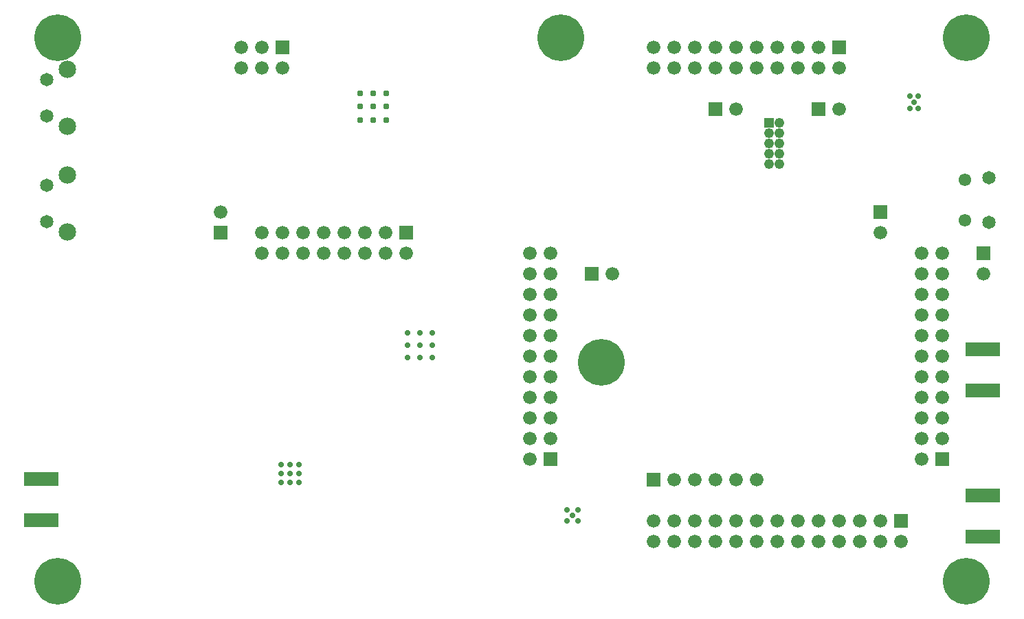
<source format=gbs>
G04 (created by PCBNEW (2013-07-24 BZR 4024)-stable) date Thu Dec 12 22:01:32 2013*
%MOIN*%
G04 Gerber Fmt 3.4, Leading zero omitted, Abs format*
%FSLAX34Y34*%
G01*
G70*
G90*
G04 APERTURE LIST*
%ADD10C,0.00590551*%
%ADD11R,0.066X0.066*%
%ADD12C,0.066*%
%ADD13C,0.0650551*%
%ADD14C,0.0611181*%
%ADD15C,0.0847402*%
%ADD16C,0.0306*%
%ADD17C,0.029*%
%ADD18R,0.048X0.048*%
%ADD19C,0.048*%
%ADD20R,0.166X0.066*%
%ADD21C,0.029222*%
%ADD22C,0.0290315*%
%ADD23C,0.226472*%
%ADD24C,0.029622*%
G04 APERTURE END LIST*
G54D10*
G54D11*
X68122Y-61397D03*
G54D12*
X67122Y-61397D03*
X68122Y-60397D03*
X67122Y-60397D03*
X68122Y-59397D03*
X67122Y-59397D03*
X68122Y-58397D03*
X67122Y-58397D03*
X68122Y-57397D03*
X67122Y-57397D03*
X68122Y-56397D03*
X67122Y-56397D03*
X68122Y-55397D03*
X67122Y-55397D03*
X68122Y-54397D03*
X67122Y-54397D03*
X68122Y-53397D03*
X67122Y-53397D03*
X68122Y-52397D03*
X67122Y-52397D03*
X68122Y-51397D03*
X67122Y-51397D03*
G54D13*
X70374Y-49901D03*
X70374Y-47736D03*
G54D14*
X69204Y-49799D03*
X69204Y-47838D03*
G54D13*
X24685Y-48090D03*
X24685Y-49862D03*
G54D15*
X25665Y-50356D03*
X25665Y-47596D03*
G54D16*
X40510Y-44276D03*
X40510Y-44925D03*
X39860Y-44925D03*
X39860Y-44276D03*
X39860Y-43626D03*
X40510Y-43626D03*
X41159Y-43626D03*
X41159Y-44276D03*
X41159Y-44925D03*
G54D17*
X42775Y-55865D03*
X42775Y-56455D03*
X42184Y-56455D03*
X42184Y-55865D03*
X42184Y-55274D03*
X42775Y-55274D03*
X43365Y-55274D03*
X43365Y-55865D03*
X43365Y-56455D03*
G54D11*
X54122Y-62397D03*
G54D12*
X55122Y-62397D03*
X56122Y-62397D03*
X57122Y-62397D03*
X58122Y-62397D03*
X59122Y-62397D03*
G54D18*
X59709Y-45065D03*
G54D19*
X60209Y-45065D03*
X59709Y-45565D03*
X60209Y-45565D03*
X59709Y-46065D03*
X60209Y-46065D03*
X59709Y-46565D03*
X60209Y-46565D03*
X59709Y-47065D03*
X60209Y-47065D03*
G54D20*
X70066Y-56086D03*
X70066Y-58086D03*
X24422Y-64385D03*
X24422Y-62385D03*
X70066Y-63173D03*
X70066Y-65173D03*
G54D11*
X63122Y-41397D03*
G54D12*
X63122Y-42397D03*
X62122Y-41397D03*
X62122Y-42397D03*
X61122Y-41397D03*
X61122Y-42397D03*
X60122Y-41397D03*
X60122Y-42397D03*
X59122Y-41397D03*
X59122Y-42397D03*
X58122Y-41397D03*
X58122Y-42397D03*
X57122Y-41397D03*
X57122Y-42397D03*
X56122Y-41397D03*
X56122Y-42397D03*
X55122Y-41397D03*
X55122Y-42397D03*
X54122Y-41397D03*
X54122Y-42397D03*
G54D21*
X36464Y-62111D03*
X36464Y-61678D03*
X36897Y-61678D03*
X36897Y-62111D03*
X36897Y-62544D03*
X36464Y-62544D03*
X36031Y-62544D03*
X36031Y-62111D03*
X36031Y-61678D03*
X50184Y-64144D03*
X49924Y-64403D03*
X49924Y-63884D03*
X50444Y-63884D03*
X50444Y-64403D03*
G54D11*
X33122Y-50397D03*
G54D12*
X33122Y-49397D03*
G54D11*
X57122Y-44397D03*
G54D12*
X58122Y-44397D03*
G54D11*
X62122Y-44397D03*
G54D12*
X63122Y-44397D03*
G54D22*
X66744Y-44075D03*
X66547Y-44370D03*
X66940Y-44370D03*
X66940Y-43780D03*
X66547Y-43780D03*
G54D13*
X24685Y-42972D03*
X24685Y-44744D03*
G54D15*
X25665Y-45238D03*
X25665Y-42478D03*
G54D11*
X66122Y-64397D03*
G54D12*
X66122Y-65397D03*
X65122Y-64397D03*
X65122Y-65397D03*
X64122Y-64397D03*
X64122Y-65397D03*
X63122Y-64397D03*
X63122Y-65397D03*
X62122Y-64397D03*
X62122Y-65397D03*
X61122Y-64397D03*
X61122Y-65397D03*
X60122Y-64397D03*
X60122Y-65397D03*
X59122Y-64397D03*
X59122Y-65397D03*
X58122Y-64397D03*
X58122Y-65397D03*
X57122Y-64397D03*
X57122Y-65397D03*
X56122Y-64397D03*
X56122Y-65397D03*
X55122Y-64397D03*
X55122Y-65397D03*
X54122Y-64397D03*
X54122Y-65397D03*
G54D11*
X36122Y-41397D03*
G54D12*
X36122Y-42397D03*
X35122Y-41397D03*
X35122Y-42397D03*
X34122Y-41397D03*
X34122Y-42397D03*
G54D11*
X65122Y-49397D03*
G54D12*
X65122Y-50397D03*
G54D11*
X70122Y-51397D03*
G54D12*
X70122Y-52397D03*
G54D11*
X49122Y-61397D03*
G54D12*
X48122Y-61397D03*
X49122Y-60397D03*
X48122Y-60397D03*
X49122Y-59397D03*
X48122Y-59397D03*
X49122Y-58397D03*
X48122Y-58397D03*
X49122Y-57397D03*
X48122Y-57397D03*
X49122Y-56397D03*
X48122Y-56397D03*
X49122Y-55397D03*
X48122Y-55397D03*
X49122Y-54397D03*
X48122Y-54397D03*
X49122Y-53397D03*
X48122Y-53397D03*
X49122Y-52397D03*
X48122Y-52397D03*
X49122Y-51397D03*
X48122Y-51397D03*
G54D11*
X51122Y-52397D03*
G54D12*
X52122Y-52397D03*
G54D23*
X25196Y-40944D03*
G54D24*
X25196Y-40078D03*
X24330Y-40944D03*
X25196Y-41811D03*
X26062Y-40944D03*
X25807Y-40334D03*
X24586Y-40334D03*
X24586Y-41555D03*
X25807Y-41555D03*
G54D23*
X25196Y-67322D03*
G54D24*
X25196Y-66456D03*
X24330Y-67322D03*
X25196Y-68188D03*
X26062Y-67322D03*
X25807Y-66712D03*
X24586Y-66712D03*
X24586Y-67933D03*
X25807Y-67933D03*
G54D23*
X69291Y-67322D03*
G54D24*
X69291Y-66456D03*
X68425Y-67322D03*
X69291Y-68188D03*
X70157Y-67322D03*
X69901Y-66712D03*
X68681Y-66712D03*
X68681Y-67933D03*
X69901Y-67933D03*
G54D23*
X69291Y-40944D03*
G54D24*
X69291Y-40078D03*
X68425Y-40944D03*
X69291Y-41811D03*
X70157Y-40944D03*
X69901Y-40334D03*
X68681Y-40334D03*
X68681Y-41555D03*
X69901Y-41555D03*
G54D23*
X49606Y-40944D03*
G54D24*
X49606Y-40078D03*
X48740Y-40944D03*
X49606Y-41811D03*
X50472Y-40944D03*
X50216Y-40334D03*
X48996Y-40334D03*
X48996Y-41555D03*
X50216Y-41555D03*
G54D23*
X51574Y-56692D03*
G54D24*
X51574Y-55826D03*
X50708Y-56692D03*
X51574Y-57559D03*
X52440Y-56692D03*
X52185Y-56082D03*
X50964Y-56082D03*
X50964Y-57303D03*
X52185Y-57303D03*
G54D11*
X42122Y-50397D03*
G54D12*
X42122Y-51397D03*
X41122Y-50397D03*
X41122Y-51397D03*
X40122Y-50397D03*
X40122Y-51397D03*
X39122Y-50397D03*
X39122Y-51397D03*
X38122Y-50397D03*
X38122Y-51397D03*
X37122Y-50397D03*
X37122Y-51397D03*
X36122Y-50397D03*
X36122Y-51397D03*
X35122Y-50397D03*
X35122Y-51397D03*
M02*

</source>
